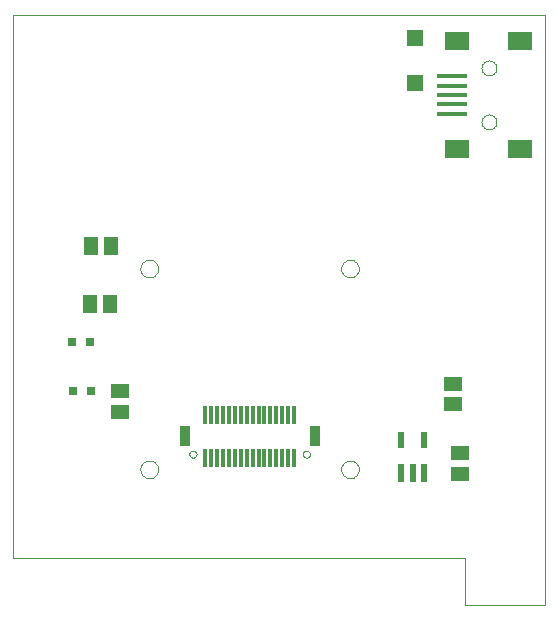
<source format=gtp>
G75*
G70*
%OFA0B0*%
%FSLAX24Y24*%
%IPPOS*%
%LPD*%
%AMOC8*
5,1,8,0,0,1.08239X$1,22.5*
%
%ADD10C,0.0010*%
%ADD11C,0.0000*%
%ADD12R,0.0512X0.0591*%
%ADD13R,0.1000X0.0150*%
%ADD14R,0.0800X0.0600*%
%ADD15R,0.0217X0.0600*%
%ADD16R,0.0217X0.0550*%
%ADD17R,0.0591X0.0512*%
%ADD18R,0.0315X0.0315*%
%ADD19R,0.0551X0.0551*%
%ADD20R,0.0118X0.0630*%
%ADD21R,0.0354X0.0709*%
D10*
X000290Y001875D02*
X000290Y019985D01*
X018006Y019985D01*
D11*
X015329Y001875D02*
X000290Y001875D01*
X004522Y004828D02*
X004524Y004862D01*
X004530Y004896D01*
X004540Y004929D01*
X004553Y004960D01*
X004571Y004990D01*
X004591Y005018D01*
X004615Y005043D01*
X004641Y005065D01*
X004669Y005083D01*
X004700Y005099D01*
X004732Y005111D01*
X004766Y005119D01*
X004800Y005123D01*
X004834Y005123D01*
X004868Y005119D01*
X004902Y005111D01*
X004934Y005099D01*
X004964Y005083D01*
X004993Y005065D01*
X005019Y005043D01*
X005043Y005018D01*
X005063Y004990D01*
X005081Y004960D01*
X005094Y004929D01*
X005104Y004896D01*
X005110Y004862D01*
X005112Y004828D01*
X005110Y004794D01*
X005104Y004760D01*
X005094Y004727D01*
X005081Y004696D01*
X005063Y004666D01*
X005043Y004638D01*
X005019Y004613D01*
X004993Y004591D01*
X004965Y004573D01*
X004934Y004557D01*
X004902Y004545D01*
X004868Y004537D01*
X004834Y004533D01*
X004800Y004533D01*
X004766Y004537D01*
X004732Y004545D01*
X004700Y004557D01*
X004669Y004573D01*
X004641Y004591D01*
X004615Y004613D01*
X004591Y004638D01*
X004571Y004666D01*
X004553Y004696D01*
X004540Y004727D01*
X004530Y004760D01*
X004524Y004794D01*
X004522Y004828D01*
X006156Y005339D02*
X006158Y005360D01*
X006164Y005380D01*
X006173Y005400D01*
X006185Y005417D01*
X006200Y005431D01*
X006218Y005443D01*
X006238Y005451D01*
X006258Y005456D01*
X006279Y005457D01*
X006300Y005454D01*
X006320Y005448D01*
X006339Y005437D01*
X006356Y005424D01*
X006369Y005408D01*
X006380Y005390D01*
X006388Y005370D01*
X006392Y005350D01*
X006392Y005328D01*
X006388Y005308D01*
X006380Y005288D01*
X006369Y005270D01*
X006356Y005254D01*
X006339Y005241D01*
X006320Y005230D01*
X006300Y005224D01*
X006279Y005221D01*
X006258Y005222D01*
X006238Y005227D01*
X006218Y005235D01*
X006200Y005247D01*
X006185Y005261D01*
X006173Y005278D01*
X006164Y005298D01*
X006158Y005318D01*
X006156Y005339D01*
X009936Y005339D02*
X009938Y005360D01*
X009944Y005380D01*
X009953Y005400D01*
X009965Y005417D01*
X009980Y005431D01*
X009998Y005443D01*
X010018Y005451D01*
X010038Y005456D01*
X010059Y005457D01*
X010080Y005454D01*
X010100Y005448D01*
X010119Y005437D01*
X010136Y005424D01*
X010149Y005408D01*
X010160Y005390D01*
X010168Y005370D01*
X010172Y005350D01*
X010172Y005328D01*
X010168Y005308D01*
X010160Y005288D01*
X010149Y005270D01*
X010136Y005254D01*
X010119Y005241D01*
X010100Y005230D01*
X010080Y005224D01*
X010059Y005221D01*
X010038Y005222D01*
X010018Y005227D01*
X009998Y005235D01*
X009980Y005247D01*
X009965Y005261D01*
X009953Y005278D01*
X009944Y005298D01*
X009938Y005318D01*
X009936Y005339D01*
X011215Y004828D02*
X011217Y004862D01*
X011223Y004896D01*
X011233Y004929D01*
X011246Y004960D01*
X011264Y004990D01*
X011284Y005018D01*
X011308Y005043D01*
X011334Y005065D01*
X011362Y005083D01*
X011393Y005099D01*
X011425Y005111D01*
X011459Y005119D01*
X011493Y005123D01*
X011527Y005123D01*
X011561Y005119D01*
X011595Y005111D01*
X011627Y005099D01*
X011657Y005083D01*
X011686Y005065D01*
X011712Y005043D01*
X011736Y005018D01*
X011756Y004990D01*
X011774Y004960D01*
X011787Y004929D01*
X011797Y004896D01*
X011803Y004862D01*
X011805Y004828D01*
X011803Y004794D01*
X011797Y004760D01*
X011787Y004727D01*
X011774Y004696D01*
X011756Y004666D01*
X011736Y004638D01*
X011712Y004613D01*
X011686Y004591D01*
X011658Y004573D01*
X011627Y004557D01*
X011595Y004545D01*
X011561Y004537D01*
X011527Y004533D01*
X011493Y004533D01*
X011459Y004537D01*
X011425Y004545D01*
X011393Y004557D01*
X011362Y004573D01*
X011334Y004591D01*
X011308Y004613D01*
X011284Y004638D01*
X011264Y004666D01*
X011246Y004696D01*
X011233Y004727D01*
X011223Y004760D01*
X011217Y004794D01*
X011215Y004828D01*
X015329Y001875D02*
X015329Y000300D01*
X018006Y000300D01*
X018006Y019985D01*
X015891Y018208D02*
X015893Y018239D01*
X015899Y018270D01*
X015909Y018300D01*
X015922Y018328D01*
X015939Y018355D01*
X015959Y018379D01*
X015982Y018401D01*
X016007Y018419D01*
X016035Y018434D01*
X016064Y018446D01*
X016094Y018454D01*
X016125Y018458D01*
X016157Y018458D01*
X016188Y018454D01*
X016218Y018446D01*
X016247Y018434D01*
X016275Y018419D01*
X016300Y018401D01*
X016323Y018379D01*
X016343Y018355D01*
X016360Y018328D01*
X016373Y018300D01*
X016383Y018270D01*
X016389Y018239D01*
X016391Y018208D01*
X016389Y018177D01*
X016383Y018146D01*
X016373Y018116D01*
X016360Y018088D01*
X016343Y018061D01*
X016323Y018037D01*
X016300Y018015D01*
X016275Y017997D01*
X016247Y017982D01*
X016218Y017970D01*
X016188Y017962D01*
X016157Y017958D01*
X016125Y017958D01*
X016094Y017962D01*
X016064Y017970D01*
X016035Y017982D01*
X016007Y017997D01*
X015982Y018015D01*
X015959Y018037D01*
X015939Y018061D01*
X015922Y018088D01*
X015909Y018116D01*
X015899Y018146D01*
X015893Y018177D01*
X015891Y018208D01*
X015891Y016408D02*
X015893Y016439D01*
X015899Y016470D01*
X015909Y016500D01*
X015922Y016528D01*
X015939Y016555D01*
X015959Y016579D01*
X015982Y016601D01*
X016007Y016619D01*
X016035Y016634D01*
X016064Y016646D01*
X016094Y016654D01*
X016125Y016658D01*
X016157Y016658D01*
X016188Y016654D01*
X016218Y016646D01*
X016247Y016634D01*
X016275Y016619D01*
X016300Y016601D01*
X016323Y016579D01*
X016343Y016555D01*
X016360Y016528D01*
X016373Y016500D01*
X016383Y016470D01*
X016389Y016439D01*
X016391Y016408D01*
X016389Y016377D01*
X016383Y016346D01*
X016373Y016316D01*
X016360Y016288D01*
X016343Y016261D01*
X016323Y016237D01*
X016300Y016215D01*
X016275Y016197D01*
X016247Y016182D01*
X016218Y016170D01*
X016188Y016162D01*
X016157Y016158D01*
X016125Y016158D01*
X016094Y016162D01*
X016064Y016170D01*
X016035Y016182D01*
X016007Y016197D01*
X015982Y016215D01*
X015959Y016237D01*
X015939Y016261D01*
X015922Y016288D01*
X015909Y016316D01*
X015899Y016346D01*
X015893Y016377D01*
X015891Y016408D01*
X011215Y011520D02*
X011217Y011554D01*
X011223Y011588D01*
X011233Y011621D01*
X011246Y011652D01*
X011264Y011682D01*
X011284Y011710D01*
X011308Y011735D01*
X011334Y011757D01*
X011362Y011775D01*
X011393Y011791D01*
X011425Y011803D01*
X011459Y011811D01*
X011493Y011815D01*
X011527Y011815D01*
X011561Y011811D01*
X011595Y011803D01*
X011627Y011791D01*
X011657Y011775D01*
X011686Y011757D01*
X011712Y011735D01*
X011736Y011710D01*
X011756Y011682D01*
X011774Y011652D01*
X011787Y011621D01*
X011797Y011588D01*
X011803Y011554D01*
X011805Y011520D01*
X011803Y011486D01*
X011797Y011452D01*
X011787Y011419D01*
X011774Y011388D01*
X011756Y011358D01*
X011736Y011330D01*
X011712Y011305D01*
X011686Y011283D01*
X011658Y011265D01*
X011627Y011249D01*
X011595Y011237D01*
X011561Y011229D01*
X011527Y011225D01*
X011493Y011225D01*
X011459Y011229D01*
X011425Y011237D01*
X011393Y011249D01*
X011362Y011265D01*
X011334Y011283D01*
X011308Y011305D01*
X011284Y011330D01*
X011264Y011358D01*
X011246Y011388D01*
X011233Y011419D01*
X011223Y011452D01*
X011217Y011486D01*
X011215Y011520D01*
X004522Y011520D02*
X004524Y011554D01*
X004530Y011588D01*
X004540Y011621D01*
X004553Y011652D01*
X004571Y011682D01*
X004591Y011710D01*
X004615Y011735D01*
X004641Y011757D01*
X004669Y011775D01*
X004700Y011791D01*
X004732Y011803D01*
X004766Y011811D01*
X004800Y011815D01*
X004834Y011815D01*
X004868Y011811D01*
X004902Y011803D01*
X004934Y011791D01*
X004964Y011775D01*
X004993Y011757D01*
X005019Y011735D01*
X005043Y011710D01*
X005063Y011682D01*
X005081Y011652D01*
X005094Y011621D01*
X005104Y011588D01*
X005110Y011554D01*
X005112Y011520D01*
X005110Y011486D01*
X005104Y011452D01*
X005094Y011419D01*
X005081Y011388D01*
X005063Y011358D01*
X005043Y011330D01*
X005019Y011305D01*
X004993Y011283D01*
X004965Y011265D01*
X004934Y011249D01*
X004902Y011237D01*
X004868Y011229D01*
X004834Y011225D01*
X004800Y011225D01*
X004766Y011229D01*
X004732Y011237D01*
X004700Y011249D01*
X004669Y011265D01*
X004641Y011283D01*
X004615Y011305D01*
X004591Y011330D01*
X004571Y011358D01*
X004553Y011388D01*
X004540Y011419D01*
X004530Y011452D01*
X004524Y011486D01*
X004522Y011520D01*
D12*
X003538Y012269D03*
X002869Y012269D03*
X002829Y010339D03*
X003498Y010339D03*
D13*
X014921Y016688D03*
X014921Y016998D03*
X014921Y017308D03*
X014921Y017618D03*
X014921Y017928D03*
D14*
X015091Y019108D03*
X017191Y019108D03*
X017191Y015508D03*
X015091Y015508D03*
D15*
X013971Y004700D03*
X013597Y004700D03*
X013223Y004700D03*
D16*
X013223Y005820D03*
X013971Y005820D03*
D17*
X015172Y005359D03*
X015172Y004690D03*
X014935Y007013D03*
X014935Y007682D03*
X003853Y007426D03*
X003853Y006757D03*
D18*
X002869Y007426D03*
X002278Y007426D03*
X002239Y009060D03*
X002829Y009060D03*
D19*
X013676Y017702D03*
X013676Y019198D03*
D20*
X009640Y006639D03*
X009443Y006639D03*
X009247Y006639D03*
X009050Y006639D03*
X008853Y006639D03*
X008656Y006639D03*
X008459Y006639D03*
X008262Y006639D03*
X008065Y006639D03*
X007869Y006639D03*
X007672Y006639D03*
X007475Y006639D03*
X007278Y006639D03*
X007081Y006639D03*
X006884Y006639D03*
X006687Y006639D03*
X006687Y005221D03*
X006884Y005221D03*
X007081Y005221D03*
X007278Y005221D03*
X007475Y005221D03*
X007672Y005221D03*
X007869Y005221D03*
X008065Y005221D03*
X008262Y005221D03*
X008459Y005221D03*
X008656Y005221D03*
X008853Y005221D03*
X009050Y005221D03*
X009247Y005221D03*
X009443Y005221D03*
X009640Y005221D03*
D21*
X010329Y005930D03*
X005998Y005930D03*
M02*

</source>
